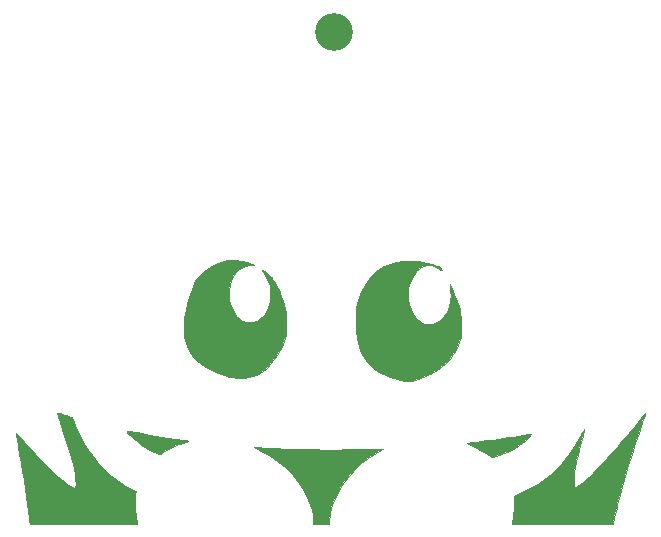
<source format=gbr>
%TF.GenerationSoftware,KiCad,Pcbnew,7.0.10*%
%TF.CreationDate,2024-01-13T02:21:11+01:00*%
%TF.ProjectId,ferris,66657272-6973-42e6-9b69-6361645f7063,rev?*%
%TF.SameCoordinates,Original*%
%TF.FileFunction,Soldermask,Bot*%
%TF.FilePolarity,Negative*%
%FSLAX46Y46*%
G04 Gerber Fmt 4.6, Leading zero omitted, Abs format (unit mm)*
G04 Created by KiCad (PCBNEW 7.0.10) date 2024-01-13 02:21:11*
%MOMM*%
%LPD*%
G01*
G04 APERTURE LIST*
%ADD10C,0.010000*%
%ADD11C,3.200000*%
G04 APERTURE END LIST*
%TO.C,Ref\u002A\u002A*%
D10*
X115891413Y-62823782D02*
X115860083Y-62934307D01*
X115807331Y-63103893D01*
X115736700Y-63321454D01*
X115651732Y-63575900D01*
X115555969Y-63856145D01*
X115356424Y-64440181D01*
X115050444Y-65360315D01*
X114753158Y-66283614D01*
X114468676Y-67196581D01*
X114201106Y-68085718D01*
X113954558Y-68937527D01*
X113733141Y-69738509D01*
X113540963Y-70475167D01*
X113517389Y-70569611D01*
X113459209Y-70808056D01*
X113398281Y-71063948D01*
X113337843Y-71323039D01*
X113281134Y-71571080D01*
X113231390Y-71793823D01*
X113191851Y-71977019D01*
X113165753Y-72106421D01*
X113156334Y-72167781D01*
X113135349Y-72169944D01*
X113037281Y-72172890D01*
X112864160Y-72175691D01*
X112621611Y-72178319D01*
X112315257Y-72180745D01*
X111950723Y-72182940D01*
X111533632Y-72184876D01*
X111069607Y-72186525D01*
X110564272Y-72187856D01*
X110023252Y-72188843D01*
X109452169Y-72189456D01*
X108856648Y-72189667D01*
X108203336Y-72189634D01*
X107580262Y-72189469D01*
X107032551Y-72189084D01*
X106555389Y-72188391D01*
X106143962Y-72187300D01*
X105793457Y-72185723D01*
X105499059Y-72183571D01*
X105255955Y-72180756D01*
X105059331Y-72177188D01*
X104904372Y-72172780D01*
X104786266Y-72167442D01*
X104700199Y-72161087D01*
X104641355Y-72153624D01*
X104604923Y-72144966D01*
X104586087Y-72135024D01*
X104580034Y-72123710D01*
X104581951Y-72110933D01*
X104619238Y-71986090D01*
X104669501Y-71777418D01*
X104705975Y-71554899D01*
X104730699Y-71300876D01*
X104745708Y-70997690D01*
X104753040Y-70627683D01*
X104761409Y-69806533D01*
X105279543Y-69582320D01*
X105975397Y-69250808D01*
X106777725Y-68784953D01*
X107528690Y-68252483D01*
X108226606Y-67655009D01*
X108869783Y-66994140D01*
X109456533Y-66271486D01*
X109985169Y-65488658D01*
X110454002Y-64647266D01*
X110479447Y-64596987D01*
X110571250Y-64419585D01*
X110647652Y-64278061D01*
X110701294Y-64185763D01*
X110724818Y-64156039D01*
X110725524Y-64158255D01*
X110716834Y-64214716D01*
X110689010Y-64334083D01*
X110645914Y-64500647D01*
X110591410Y-64698697D01*
X110450788Y-65210187D01*
X110301235Y-65790027D01*
X110170661Y-66337550D01*
X110059767Y-66847932D01*
X109969254Y-67316344D01*
X109899821Y-67737960D01*
X109852169Y-68107955D01*
X109826999Y-68421500D01*
X109825010Y-68673771D01*
X109846903Y-68859940D01*
X109893378Y-68975181D01*
X109965137Y-69014667D01*
X109992510Y-69012520D01*
X110131787Y-68962864D01*
X110318064Y-68850101D01*
X110548018Y-68677706D01*
X110818326Y-68449152D01*
X111125667Y-68167914D01*
X111466716Y-67837466D01*
X111838153Y-67461283D01*
X112236653Y-67042838D01*
X112658893Y-66585607D01*
X113101553Y-66093063D01*
X113561307Y-65568681D01*
X114034835Y-65015935D01*
X114518813Y-64438299D01*
X115009918Y-63839248D01*
X115504828Y-63222256D01*
X115565228Y-63146860D01*
X115692993Y-62992606D01*
X115797439Y-62873714D01*
X115869088Y-62800733D01*
X115898459Y-62784210D01*
X115891413Y-62823782D01*
G36*
X115891413Y-62823782D02*
G01*
X115860083Y-62934307D01*
X115807331Y-63103893D01*
X115736700Y-63321454D01*
X115651732Y-63575900D01*
X115555969Y-63856145D01*
X115356424Y-64440181D01*
X115050444Y-65360315D01*
X114753158Y-66283614D01*
X114468676Y-67196581D01*
X114201106Y-68085718D01*
X113954558Y-68937527D01*
X113733141Y-69738509D01*
X113540963Y-70475167D01*
X113517389Y-70569611D01*
X113459209Y-70808056D01*
X113398281Y-71063948D01*
X113337843Y-71323039D01*
X113281134Y-71571080D01*
X113231390Y-71793823D01*
X113191851Y-71977019D01*
X113165753Y-72106421D01*
X113156334Y-72167781D01*
X113135349Y-72169944D01*
X113037281Y-72172890D01*
X112864160Y-72175691D01*
X112621611Y-72178319D01*
X112315257Y-72180745D01*
X111950723Y-72182940D01*
X111533632Y-72184876D01*
X111069607Y-72186525D01*
X110564272Y-72187856D01*
X110023252Y-72188843D01*
X109452169Y-72189456D01*
X108856648Y-72189667D01*
X108203336Y-72189634D01*
X107580262Y-72189469D01*
X107032551Y-72189084D01*
X106555389Y-72188391D01*
X106143962Y-72187300D01*
X105793457Y-72185723D01*
X105499059Y-72183571D01*
X105255955Y-72180756D01*
X105059331Y-72177188D01*
X104904372Y-72172780D01*
X104786266Y-72167442D01*
X104700199Y-72161087D01*
X104641355Y-72153624D01*
X104604923Y-72144966D01*
X104586087Y-72135024D01*
X104580034Y-72123710D01*
X104581951Y-72110933D01*
X104619238Y-71986090D01*
X104669501Y-71777418D01*
X104705975Y-71554899D01*
X104730699Y-71300876D01*
X104745708Y-70997690D01*
X104753040Y-70627683D01*
X104761409Y-69806533D01*
X105279543Y-69582320D01*
X105975397Y-69250808D01*
X106777725Y-68784953D01*
X107528690Y-68252483D01*
X108226606Y-67655009D01*
X108869783Y-66994140D01*
X109456533Y-66271486D01*
X109985169Y-65488658D01*
X110454002Y-64647266D01*
X110479447Y-64596987D01*
X110571250Y-64419585D01*
X110647652Y-64278061D01*
X110701294Y-64185763D01*
X110724818Y-64156039D01*
X110725524Y-64158255D01*
X110716834Y-64214716D01*
X110689010Y-64334083D01*
X110645914Y-64500647D01*
X110591410Y-64698697D01*
X110450788Y-65210187D01*
X110301235Y-65790027D01*
X110170661Y-66337550D01*
X110059767Y-66847932D01*
X109969254Y-67316344D01*
X109899821Y-67737960D01*
X109852169Y-68107955D01*
X109826999Y-68421500D01*
X109825010Y-68673771D01*
X109846903Y-68859940D01*
X109893378Y-68975181D01*
X109965137Y-69014667D01*
X109992510Y-69012520D01*
X110131787Y-68962864D01*
X110318064Y-68850101D01*
X110548018Y-68677706D01*
X110818326Y-68449152D01*
X111125667Y-68167914D01*
X111466716Y-67837466D01*
X111838153Y-67461283D01*
X112236653Y-67042838D01*
X112658893Y-66585607D01*
X113101553Y-66093063D01*
X113561307Y-65568681D01*
X114034835Y-65015935D01*
X114518813Y-64438299D01*
X115009918Y-63839248D01*
X115504828Y-63222256D01*
X115565228Y-63146860D01*
X115692993Y-62992606D01*
X115797439Y-62873714D01*
X115869088Y-62800733D01*
X115898459Y-62784210D01*
X115891413Y-62823782D01*
G37*
X83226667Y-65691117D02*
X83309954Y-65695251D01*
X83555805Y-65707786D01*
X83844528Y-65722850D01*
X84146767Y-65738903D01*
X84433167Y-65754405D01*
X84664770Y-65766757D01*
X85452272Y-65803653D01*
X86245860Y-65832621D01*
X87058588Y-65853894D01*
X87903512Y-65867702D01*
X88793685Y-65874279D01*
X89742163Y-65873854D01*
X90762000Y-65866660D01*
X90864776Y-65865624D01*
X91332988Y-65860434D01*
X91776763Y-65854769D01*
X92188574Y-65848771D01*
X92560892Y-65842582D01*
X92886188Y-65836344D01*
X93156933Y-65830200D01*
X93365600Y-65824290D01*
X93504660Y-65818758D01*
X93566584Y-65813744D01*
X93650237Y-65801228D01*
X93680136Y-65816780D01*
X93639174Y-65861907D01*
X93530556Y-65933330D01*
X93357490Y-66027767D01*
X93093941Y-66169690D01*
X92453716Y-66571861D01*
X91849567Y-67033331D01*
X91288423Y-67546148D01*
X90777216Y-68102363D01*
X90322875Y-68694023D01*
X89932332Y-69313178D01*
X89612517Y-69951876D01*
X89370359Y-70602167D01*
X89307257Y-70822165D01*
X89228045Y-71148372D01*
X89165976Y-71466413D01*
X89125483Y-71752675D01*
X89111000Y-71983545D01*
X89111000Y-72189667D01*
X87798667Y-72189667D01*
X87798667Y-72004712D01*
X87787884Y-71792865D01*
X87734353Y-71431589D01*
X87640323Y-71029936D01*
X87510671Y-70605185D01*
X87350272Y-70174614D01*
X87164002Y-69755500D01*
X86896450Y-69252632D01*
X86458593Y-68583412D01*
X85948668Y-67957579D01*
X85367536Y-67375970D01*
X84716057Y-66839421D01*
X83995092Y-66348771D01*
X83205500Y-65904855D01*
X82739834Y-65667239D01*
X83226667Y-65691117D01*
G36*
X83226667Y-65691117D02*
G01*
X83309954Y-65695251D01*
X83555805Y-65707786D01*
X83844528Y-65722850D01*
X84146767Y-65738903D01*
X84433167Y-65754405D01*
X84664770Y-65766757D01*
X85452272Y-65803653D01*
X86245860Y-65832621D01*
X87058588Y-65853894D01*
X87903512Y-65867702D01*
X88793685Y-65874279D01*
X89742163Y-65873854D01*
X90762000Y-65866660D01*
X90864776Y-65865624D01*
X91332988Y-65860434D01*
X91776763Y-65854769D01*
X92188574Y-65848771D01*
X92560892Y-65842582D01*
X92886188Y-65836344D01*
X93156933Y-65830200D01*
X93365600Y-65824290D01*
X93504660Y-65818758D01*
X93566584Y-65813744D01*
X93650237Y-65801228D01*
X93680136Y-65816780D01*
X93639174Y-65861907D01*
X93530556Y-65933330D01*
X93357490Y-66027767D01*
X93093941Y-66169690D01*
X92453716Y-66571861D01*
X91849567Y-67033331D01*
X91288423Y-67546148D01*
X90777216Y-68102363D01*
X90322875Y-68694023D01*
X89932332Y-69313178D01*
X89612517Y-69951876D01*
X89370359Y-70602167D01*
X89307257Y-70822165D01*
X89228045Y-71148372D01*
X89165976Y-71466413D01*
X89125483Y-71752675D01*
X89111000Y-71983545D01*
X89111000Y-72189667D01*
X87798667Y-72189667D01*
X87798667Y-72004712D01*
X87787884Y-71792865D01*
X87734353Y-71431589D01*
X87640323Y-71029936D01*
X87510671Y-70605185D01*
X87350272Y-70174614D01*
X87164002Y-69755500D01*
X86896450Y-69252632D01*
X86458593Y-68583412D01*
X85948668Y-67957579D01*
X85367536Y-67375970D01*
X84716057Y-66839421D01*
X83995092Y-66348771D01*
X83205500Y-65904855D01*
X82739834Y-65667239D01*
X83226667Y-65691117D01*
G37*
X66171291Y-62785623D02*
X66299954Y-62820192D01*
X66468004Y-62868751D01*
X66658409Y-62926042D01*
X66854137Y-62986811D01*
X67038157Y-63045802D01*
X67193436Y-63097760D01*
X67302944Y-63137428D01*
X67349647Y-63159552D01*
X67361157Y-63180154D01*
X67399719Y-63268625D01*
X67454541Y-63406651D01*
X67517771Y-63574834D01*
X67626102Y-63852049D01*
X67859160Y-64371571D01*
X68135235Y-64911361D01*
X68441537Y-65448320D01*
X68765277Y-65959347D01*
X69093667Y-66421343D01*
X69098961Y-66428304D01*
X69550957Y-66973192D01*
X70061241Y-67501948D01*
X70614156Y-68001343D01*
X71194046Y-68458151D01*
X71785253Y-68859142D01*
X72372120Y-69191089D01*
X72734838Y-69374500D01*
X72709804Y-69586167D01*
X72658581Y-70225276D01*
X72664887Y-70895643D01*
X72738707Y-71523994D01*
X72880395Y-72115584D01*
X72880548Y-72116097D01*
X72880568Y-72127733D01*
X72870417Y-72138076D01*
X72845439Y-72147203D01*
X72800978Y-72155188D01*
X72732378Y-72162108D01*
X72634983Y-72168039D01*
X72504137Y-72173057D01*
X72335183Y-72177236D01*
X72123467Y-72180654D01*
X71864332Y-72183386D01*
X71553122Y-72185507D01*
X71185181Y-72187094D01*
X70755854Y-72188222D01*
X70260483Y-72188968D01*
X69694414Y-72189407D01*
X69052991Y-72189614D01*
X68331556Y-72189667D01*
X63760073Y-72189667D01*
X63732984Y-71903917D01*
X63706714Y-71642128D01*
X63645607Y-71102876D01*
X63569643Y-70500269D01*
X63480754Y-69846887D01*
X63380871Y-69155313D01*
X63271927Y-68438126D01*
X63155853Y-67707908D01*
X63034581Y-66977238D01*
X62910041Y-66258699D01*
X62784167Y-65564871D01*
X62658889Y-64908334D01*
X62638699Y-64801192D01*
X62612654Y-64644718D01*
X62598561Y-64532962D01*
X62599112Y-64485000D01*
X62611877Y-64488913D01*
X62670628Y-64538902D01*
X62764012Y-64633305D01*
X62878872Y-64759224D01*
X62922248Y-64808338D01*
X63433011Y-65379368D01*
X63929567Y-65921308D01*
X64408649Y-66431110D01*
X64866989Y-66905724D01*
X65301320Y-67342099D01*
X65708373Y-67737186D01*
X66084882Y-68087934D01*
X66427577Y-68391295D01*
X66733193Y-68644217D01*
X66998460Y-68843651D01*
X67220111Y-68986548D01*
X67394878Y-69069856D01*
X67519495Y-69090527D01*
X67571599Y-69073879D01*
X67631180Y-69003320D01*
X67662373Y-68872636D01*
X67666448Y-68674861D01*
X67644670Y-68403032D01*
X67587626Y-67995526D01*
X67487590Y-67470484D01*
X67350070Y-66875546D01*
X67175807Y-66213516D01*
X66965545Y-65487199D01*
X66720026Y-64699400D01*
X66439992Y-63852924D01*
X66344173Y-63568900D01*
X66258765Y-63312242D01*
X66187209Y-63093578D01*
X66132912Y-62923430D01*
X66099279Y-62812320D01*
X66089716Y-62770772D01*
X66099047Y-62770297D01*
X66171291Y-62785623D01*
G36*
X66171291Y-62785623D02*
G01*
X66299954Y-62820192D01*
X66468004Y-62868751D01*
X66658409Y-62926042D01*
X66854137Y-62986811D01*
X67038157Y-63045802D01*
X67193436Y-63097760D01*
X67302944Y-63137428D01*
X67349647Y-63159552D01*
X67361157Y-63180154D01*
X67399719Y-63268625D01*
X67454541Y-63406651D01*
X67517771Y-63574834D01*
X67626102Y-63852049D01*
X67859160Y-64371571D01*
X68135235Y-64911361D01*
X68441537Y-65448320D01*
X68765277Y-65959347D01*
X69093667Y-66421343D01*
X69098961Y-66428304D01*
X69550957Y-66973192D01*
X70061241Y-67501948D01*
X70614156Y-68001343D01*
X71194046Y-68458151D01*
X71785253Y-68859142D01*
X72372120Y-69191089D01*
X72734838Y-69374500D01*
X72709804Y-69586167D01*
X72658581Y-70225276D01*
X72664887Y-70895643D01*
X72738707Y-71523994D01*
X72880395Y-72115584D01*
X72880548Y-72116097D01*
X72880568Y-72127733D01*
X72870417Y-72138076D01*
X72845439Y-72147203D01*
X72800978Y-72155188D01*
X72732378Y-72162108D01*
X72634983Y-72168039D01*
X72504137Y-72173057D01*
X72335183Y-72177236D01*
X72123467Y-72180654D01*
X71864332Y-72183386D01*
X71553122Y-72185507D01*
X71185181Y-72187094D01*
X70755854Y-72188222D01*
X70260483Y-72188968D01*
X69694414Y-72189407D01*
X69052991Y-72189614D01*
X68331556Y-72189667D01*
X63760073Y-72189667D01*
X63732984Y-71903917D01*
X63706714Y-71642128D01*
X63645607Y-71102876D01*
X63569643Y-70500269D01*
X63480754Y-69846887D01*
X63380871Y-69155313D01*
X63271927Y-68438126D01*
X63155853Y-67707908D01*
X63034581Y-66977238D01*
X62910041Y-66258699D01*
X62784167Y-65564871D01*
X62658889Y-64908334D01*
X62638699Y-64801192D01*
X62612654Y-64644718D01*
X62598561Y-64532962D01*
X62599112Y-64485000D01*
X62611877Y-64488913D01*
X62670628Y-64538902D01*
X62764012Y-64633305D01*
X62878872Y-64759224D01*
X62922248Y-64808338D01*
X63433011Y-65379368D01*
X63929567Y-65921308D01*
X64408649Y-66431110D01*
X64866989Y-66905724D01*
X65301320Y-67342099D01*
X65708373Y-67737186D01*
X66084882Y-68087934D01*
X66427577Y-68391295D01*
X66733193Y-68644217D01*
X66998460Y-68843651D01*
X67220111Y-68986548D01*
X67394878Y-69069856D01*
X67519495Y-69090527D01*
X67571599Y-69073879D01*
X67631180Y-69003320D01*
X67662373Y-68872636D01*
X67666448Y-68674861D01*
X67644670Y-68403032D01*
X67587626Y-67995526D01*
X67487590Y-67470484D01*
X67350070Y-66875546D01*
X67175807Y-66213516D01*
X66965545Y-65487199D01*
X66720026Y-64699400D01*
X66439992Y-63852924D01*
X66344173Y-63568900D01*
X66258765Y-63312242D01*
X66187209Y-63093578D01*
X66132912Y-62923430D01*
X66099279Y-62812320D01*
X66089716Y-62770772D01*
X66099047Y-62770297D01*
X66171291Y-62785623D01*
G37*
X106251981Y-64552562D02*
X106252580Y-64553543D01*
X106229063Y-64594671D01*
X106154931Y-64680193D01*
X106041136Y-64798201D01*
X105898630Y-64936784D01*
X105770349Y-65054785D01*
X105210423Y-65499684D01*
X104604240Y-65873911D01*
X103951108Y-66177853D01*
X103250334Y-66411895D01*
X103177722Y-66431796D01*
X103026430Y-66472852D01*
X102917013Y-66501966D01*
X102869334Y-66513823D01*
X102849075Y-66504016D01*
X102772449Y-66453409D01*
X102654124Y-66369276D01*
X102509500Y-66262380D01*
X102477020Y-66238522D01*
X102278077Y-66106223D01*
X102026654Y-65955341D01*
X101744043Y-65797472D01*
X101451535Y-65644211D01*
X101170423Y-65507152D01*
X100922000Y-65397891D01*
X100855188Y-65367776D01*
X100792594Y-65327795D01*
X100795000Y-65306189D01*
X100834681Y-65299891D01*
X100950729Y-65283956D01*
X101129093Y-65260567D01*
X101357648Y-65231291D01*
X101624270Y-65197693D01*
X101916834Y-65161339D01*
X101987145Y-65152649D01*
X102511638Y-65086908D01*
X102976932Y-65026544D01*
X103405261Y-64968390D01*
X103818862Y-64909277D01*
X104239970Y-64846038D01*
X104690820Y-64775506D01*
X105193647Y-64694512D01*
X105414121Y-64659322D01*
X105679050Y-64619035D01*
X105906901Y-64586660D01*
X106086073Y-64563753D01*
X106204966Y-64551868D01*
X106251981Y-64552562D01*
G36*
X106251981Y-64552562D02*
G01*
X106252580Y-64553543D01*
X106229063Y-64594671D01*
X106154931Y-64680193D01*
X106041136Y-64798201D01*
X105898630Y-64936784D01*
X105770349Y-65054785D01*
X105210423Y-65499684D01*
X104604240Y-65873911D01*
X103951108Y-66177853D01*
X103250334Y-66411895D01*
X103177722Y-66431796D01*
X103026430Y-66472852D01*
X102917013Y-66501966D01*
X102869334Y-66513823D01*
X102849075Y-66504016D01*
X102772449Y-66453409D01*
X102654124Y-66369276D01*
X102509500Y-66262380D01*
X102477020Y-66238522D01*
X102278077Y-66106223D01*
X102026654Y-65955341D01*
X101744043Y-65797472D01*
X101451535Y-65644211D01*
X101170423Y-65507152D01*
X100922000Y-65397891D01*
X100855188Y-65367776D01*
X100792594Y-65327795D01*
X100795000Y-65306189D01*
X100834681Y-65299891D01*
X100950729Y-65283956D01*
X101129093Y-65260567D01*
X101357648Y-65231291D01*
X101624270Y-65197693D01*
X101916834Y-65161339D01*
X101987145Y-65152649D01*
X102511638Y-65086908D01*
X102976932Y-65026544D01*
X103405261Y-64968390D01*
X103818862Y-64909277D01*
X104239970Y-64846038D01*
X104690820Y-64775506D01*
X105193647Y-64694512D01*
X105414121Y-64659322D01*
X105679050Y-64619035D01*
X105906901Y-64586660D01*
X106086073Y-64563753D01*
X106204966Y-64551868D01*
X106251981Y-64552562D01*
G37*
X72058427Y-64286900D02*
X72184985Y-64304465D01*
X72366598Y-64333572D01*
X72589631Y-64372042D01*
X72840447Y-64417696D01*
X73316660Y-64505502D01*
X73859668Y-64602426D01*
X74377500Y-64690684D01*
X74897487Y-64774792D01*
X75446957Y-64859266D01*
X76053242Y-64948622D01*
X76055568Y-64948959D01*
X76354188Y-64992936D01*
X76624574Y-65034073D01*
X76855606Y-65070572D01*
X77036164Y-65100635D01*
X77155126Y-65122464D01*
X77201372Y-65134261D01*
X77199253Y-65143627D01*
X77144324Y-65172206D01*
X77039690Y-65205374D01*
X76788545Y-65279060D01*
X76412594Y-65411476D01*
X76028581Y-65568903D01*
X75659323Y-65741168D01*
X75327635Y-65918100D01*
X75056334Y-66089528D01*
X74934847Y-66171285D01*
X74830669Y-66233343D01*
X74771550Y-66258670D01*
X74678300Y-66245968D01*
X74521285Y-66194808D01*
X74321198Y-66111785D01*
X74092746Y-66004195D01*
X73850636Y-65879330D01*
X73609574Y-65744484D01*
X73384268Y-65606952D01*
X73189424Y-65474026D01*
X73024193Y-65347644D01*
X72823300Y-65182152D01*
X72625396Y-65008103D01*
X72439390Y-64834412D01*
X72274188Y-64669993D01*
X72138700Y-64523758D01*
X72041830Y-64404623D01*
X71992488Y-64321501D01*
X71999581Y-64283307D01*
X72000561Y-64283057D01*
X72058427Y-64286900D01*
G36*
X72058427Y-64286900D02*
G01*
X72184985Y-64304465D01*
X72366598Y-64333572D01*
X72589631Y-64372042D01*
X72840447Y-64417696D01*
X73316660Y-64505502D01*
X73859668Y-64602426D01*
X74377500Y-64690684D01*
X74897487Y-64774792D01*
X75446957Y-64859266D01*
X76053242Y-64948622D01*
X76055568Y-64948959D01*
X76354188Y-64992936D01*
X76624574Y-65034073D01*
X76855606Y-65070572D01*
X77036164Y-65100635D01*
X77155126Y-65122464D01*
X77201372Y-65134261D01*
X77199253Y-65143627D01*
X77144324Y-65172206D01*
X77039690Y-65205374D01*
X76788545Y-65279060D01*
X76412594Y-65411476D01*
X76028581Y-65568903D01*
X75659323Y-65741168D01*
X75327635Y-65918100D01*
X75056334Y-66089528D01*
X74934847Y-66171285D01*
X74830669Y-66233343D01*
X74771550Y-66258670D01*
X74678300Y-66245968D01*
X74521285Y-66194808D01*
X74321198Y-66111785D01*
X74092746Y-66004195D01*
X73850636Y-65879330D01*
X73609574Y-65744484D01*
X73384268Y-65606952D01*
X73189424Y-65474026D01*
X73024193Y-65347644D01*
X72823300Y-65182152D01*
X72625396Y-65008103D01*
X72439390Y-64834412D01*
X72274188Y-64669993D01*
X72138700Y-64523758D01*
X72041830Y-64404623D01*
X71992488Y-64321501D01*
X71999581Y-64283307D01*
X72000561Y-64283057D01*
X72058427Y-64286900D01*
G37*
X96687790Y-49943563D02*
X97380070Y-50069844D01*
X98095385Y-50265543D01*
X98216067Y-50304735D01*
X98371936Y-50361522D01*
X98474561Y-50412229D01*
X98542122Y-50466697D01*
X98592801Y-50534766D01*
X98607808Y-50559442D01*
X98658053Y-50649382D01*
X98678334Y-50698597D01*
X98678116Y-50699529D01*
X98641976Y-50686522D01*
X98555958Y-50634994D01*
X98437382Y-50555246D01*
X98363642Y-50506116D01*
X98045854Y-50349047D01*
X97724667Y-50274206D01*
X97405941Y-50280164D01*
X97095537Y-50365491D01*
X96799313Y-50528757D01*
X96523131Y-50768533D01*
X96272849Y-51083389D01*
X96192127Y-51209754D01*
X96027459Y-51524773D01*
X95913461Y-51851933D01*
X95843497Y-52213483D01*
X95810929Y-52631667D01*
X95818205Y-53092636D01*
X95887134Y-53571316D01*
X96022148Y-54002259D01*
X96224713Y-54389975D01*
X96496297Y-54738975D01*
X96574871Y-54819614D01*
X96865086Y-55052211D01*
X97170289Y-55203303D01*
X97484325Y-55272896D01*
X97801038Y-55260997D01*
X98114273Y-55167614D01*
X98417874Y-54992753D01*
X98705686Y-54736423D01*
X98834652Y-54586314D01*
X99078056Y-54210834D01*
X99255659Y-53787394D01*
X99365131Y-53322377D01*
X99404143Y-52822167D01*
X99403631Y-52735349D01*
X99394845Y-52510812D01*
X99377489Y-52297842D01*
X99354210Y-52132957D01*
X99331740Y-52002965D01*
X99319728Y-51895091D01*
X99323203Y-51845687D01*
X99346390Y-51867136D01*
X99395631Y-51954108D01*
X99464371Y-52094338D01*
X99546805Y-52274520D01*
X99637132Y-52481348D01*
X99729548Y-52701517D01*
X99818253Y-52921719D01*
X99897443Y-53128649D01*
X99961316Y-53309000D01*
X100084561Y-53696865D01*
X100176615Y-54038008D01*
X100240586Y-54355173D01*
X100280767Y-54674647D01*
X100301450Y-55022716D01*
X100306927Y-55425667D01*
X100306658Y-55516247D01*
X100303181Y-55807818D01*
X100294951Y-56034674D01*
X100280832Y-56212520D01*
X100259688Y-56357061D01*
X100230385Y-56484000D01*
X100228893Y-56489444D01*
X100070916Y-56983528D01*
X99880435Y-57416915D01*
X99645125Y-57810237D01*
X99352660Y-58184126D01*
X98990717Y-58559214D01*
X98724528Y-58796467D01*
X98244388Y-59151810D01*
X97707769Y-59464797D01*
X97107064Y-59739656D01*
X96434667Y-59980617D01*
X96370700Y-60000358D01*
X96181645Y-60047547D01*
X96012869Y-60065108D01*
X95820834Y-60058571D01*
X95538822Y-60031478D01*
X94870374Y-59919211D01*
X94255326Y-59744234D01*
X93695203Y-59507697D01*
X93191532Y-59210749D01*
X92745839Y-58854540D01*
X92359651Y-58440218D01*
X92034493Y-57968933D01*
X91771892Y-57441835D01*
X91573375Y-56860073D01*
X91558395Y-56804521D01*
X91493177Y-56540259D01*
X91444969Y-56292788D01*
X91411568Y-56041859D01*
X91390771Y-55767223D01*
X91380375Y-55448631D01*
X91378177Y-55065834D01*
X91378238Y-55046889D01*
X91385769Y-54603312D01*
X91406707Y-54223455D01*
X91443844Y-53887789D01*
X91499967Y-53576786D01*
X91577867Y-53270918D01*
X91680333Y-52950658D01*
X91848845Y-52515926D01*
X92133299Y-51948186D01*
X92467374Y-51446458D01*
X92849857Y-51012058D01*
X93279541Y-50646304D01*
X93755214Y-50350511D01*
X94275667Y-50125997D01*
X94797994Y-49983017D01*
X95391869Y-49899971D01*
X96023429Y-49886879D01*
X96687790Y-49943563D01*
G36*
X96687790Y-49943563D02*
G01*
X97380070Y-50069844D01*
X98095385Y-50265543D01*
X98216067Y-50304735D01*
X98371936Y-50361522D01*
X98474561Y-50412229D01*
X98542122Y-50466697D01*
X98592801Y-50534766D01*
X98607808Y-50559442D01*
X98658053Y-50649382D01*
X98678334Y-50698597D01*
X98678116Y-50699529D01*
X98641976Y-50686522D01*
X98555958Y-50634994D01*
X98437382Y-50555246D01*
X98363642Y-50506116D01*
X98045854Y-50349047D01*
X97724667Y-50274206D01*
X97405941Y-50280164D01*
X97095537Y-50365491D01*
X96799313Y-50528757D01*
X96523131Y-50768533D01*
X96272849Y-51083389D01*
X96192127Y-51209754D01*
X96027459Y-51524773D01*
X95913461Y-51851933D01*
X95843497Y-52213483D01*
X95810929Y-52631667D01*
X95818205Y-53092636D01*
X95887134Y-53571316D01*
X96022148Y-54002259D01*
X96224713Y-54389975D01*
X96496297Y-54738975D01*
X96574871Y-54819614D01*
X96865086Y-55052211D01*
X97170289Y-55203303D01*
X97484325Y-55272896D01*
X97801038Y-55260997D01*
X98114273Y-55167614D01*
X98417874Y-54992753D01*
X98705686Y-54736423D01*
X98834652Y-54586314D01*
X99078056Y-54210834D01*
X99255659Y-53787394D01*
X99365131Y-53322377D01*
X99404143Y-52822167D01*
X99403631Y-52735349D01*
X99394845Y-52510812D01*
X99377489Y-52297842D01*
X99354210Y-52132957D01*
X99331740Y-52002965D01*
X99319728Y-51895091D01*
X99323203Y-51845687D01*
X99346390Y-51867136D01*
X99395631Y-51954108D01*
X99464371Y-52094338D01*
X99546805Y-52274520D01*
X99637132Y-52481348D01*
X99729548Y-52701517D01*
X99818253Y-52921719D01*
X99897443Y-53128649D01*
X99961316Y-53309000D01*
X100084561Y-53696865D01*
X100176615Y-54038008D01*
X100240586Y-54355173D01*
X100280767Y-54674647D01*
X100301450Y-55022716D01*
X100306927Y-55425667D01*
X100306658Y-55516247D01*
X100303181Y-55807818D01*
X100294951Y-56034674D01*
X100280832Y-56212520D01*
X100259688Y-56357061D01*
X100230385Y-56484000D01*
X100228893Y-56489444D01*
X100070916Y-56983528D01*
X99880435Y-57416915D01*
X99645125Y-57810237D01*
X99352660Y-58184126D01*
X98990717Y-58559214D01*
X98724528Y-58796467D01*
X98244388Y-59151810D01*
X97707769Y-59464797D01*
X97107064Y-59739656D01*
X96434667Y-59980617D01*
X96370700Y-60000358D01*
X96181645Y-60047547D01*
X96012869Y-60065108D01*
X95820834Y-60058571D01*
X95538822Y-60031478D01*
X94870374Y-59919211D01*
X94255326Y-59744234D01*
X93695203Y-59507697D01*
X93191532Y-59210749D01*
X92745839Y-58854540D01*
X92359651Y-58440218D01*
X92034493Y-57968933D01*
X91771892Y-57441835D01*
X91573375Y-56860073D01*
X91558395Y-56804521D01*
X91493177Y-56540259D01*
X91444969Y-56292788D01*
X91411568Y-56041859D01*
X91390771Y-55767223D01*
X91380375Y-55448631D01*
X91378177Y-55065834D01*
X91378238Y-55046889D01*
X91385769Y-54603312D01*
X91406707Y-54223455D01*
X91443844Y-53887789D01*
X91499967Y-53576786D01*
X91577867Y-53270918D01*
X91680333Y-52950658D01*
X91848845Y-52515926D01*
X92133299Y-51948186D01*
X92467374Y-51446458D01*
X92849857Y-51012058D01*
X93279541Y-50646304D01*
X93755214Y-50350511D01*
X94275667Y-50125997D01*
X94797994Y-49983017D01*
X95391869Y-49899971D01*
X96023429Y-49886879D01*
X96687790Y-49943563D01*
G37*
X81131167Y-49849270D02*
X81335950Y-49860251D01*
X81573760Y-49881160D01*
X81778035Y-49907793D01*
X81923208Y-49937308D01*
X81975058Y-49952353D01*
X82138546Y-50004567D01*
X82313567Y-50065812D01*
X82481721Y-50129010D01*
X82624611Y-50187084D01*
X82723837Y-50232958D01*
X82761000Y-50259555D01*
X82756306Y-50263250D01*
X82693149Y-50272908D01*
X82571721Y-50279639D01*
X82411750Y-50282167D01*
X82244185Y-50285378D01*
X82093345Y-50301480D01*
X81964232Y-50337384D01*
X81822739Y-50399909D01*
X81819591Y-50401459D01*
X81515385Y-50597618D01*
X81249652Y-50861663D01*
X81026938Y-51183980D01*
X80851791Y-51554959D01*
X80728757Y-51964985D01*
X80662385Y-52404446D01*
X80657222Y-52863731D01*
X80680999Y-53115490D01*
X80764332Y-53534061D01*
X80895548Y-53914581D01*
X81068931Y-54251881D01*
X81278766Y-54540788D01*
X81519337Y-54776130D01*
X81784930Y-54952738D01*
X82069830Y-55065438D01*
X82368320Y-55109061D01*
X82674687Y-55078434D01*
X82983214Y-54968387D01*
X83125761Y-54888963D01*
X83413443Y-54662880D01*
X83656380Y-54378449D01*
X83853070Y-54045928D01*
X84002011Y-53675575D01*
X84101699Y-53277647D01*
X84150632Y-52862401D01*
X84147307Y-52440095D01*
X84090221Y-52020986D01*
X83977873Y-51615332D01*
X83808758Y-51233389D01*
X83581374Y-50885417D01*
X83565101Y-50864507D01*
X83482391Y-50751625D01*
X83432795Y-50672090D01*
X83426551Y-50642000D01*
X83439683Y-50646520D01*
X83509958Y-50691317D01*
X83621733Y-50773772D01*
X83759173Y-50881128D01*
X83906444Y-51000631D01*
X84047710Y-51119523D01*
X84167137Y-51225049D01*
X84248890Y-51304454D01*
X84331778Y-51405352D01*
X84476427Y-51624286D01*
X84630977Y-51901971D01*
X84789162Y-52223968D01*
X84944720Y-52575839D01*
X85091386Y-52943144D01*
X85222896Y-53311445D01*
X85332986Y-53666303D01*
X85415392Y-53993280D01*
X85422056Y-54025795D01*
X85457422Y-54269639D01*
X85481438Y-54566543D01*
X85494264Y-54896920D01*
X85496058Y-55241185D01*
X85486980Y-55579751D01*
X85467189Y-55893031D01*
X85436845Y-56161438D01*
X85396106Y-56365386D01*
X85381336Y-56417834D01*
X85207747Y-56939528D01*
X84996019Y-57408393D01*
X84732726Y-57850510D01*
X84404442Y-58291961D01*
X84145796Y-58598777D01*
X83836166Y-58927777D01*
X83540068Y-59192611D01*
X83246377Y-59400943D01*
X82943970Y-59560437D01*
X82621722Y-59678757D01*
X82268510Y-59763567D01*
X82006621Y-59796638D01*
X81682912Y-59809426D01*
X81340630Y-59800657D01*
X81011938Y-59771201D01*
X80729000Y-59721928D01*
X80628906Y-59697245D01*
X80194633Y-59568275D01*
X79751478Y-59404535D01*
X79312632Y-59213029D01*
X78891287Y-59000762D01*
X78500634Y-58774738D01*
X78153864Y-58541962D01*
X77864169Y-58309439D01*
X77644738Y-58084174D01*
X77438385Y-57800828D01*
X77193313Y-57357573D01*
X77001873Y-56870357D01*
X76872035Y-56357000D01*
X76855742Y-56247861D01*
X76834734Y-55994901D01*
X76825093Y-55693961D01*
X76826541Y-55368269D01*
X76838800Y-55041057D01*
X76861589Y-54735552D01*
X76894630Y-54474985D01*
X76996171Y-53956741D01*
X77183062Y-53240307D01*
X77421570Y-52517893D01*
X77703512Y-51816395D01*
X77707328Y-51807755D01*
X77798560Y-51609025D01*
X77879127Y-51460357D01*
X77967642Y-51335319D01*
X78082723Y-51207480D01*
X78242984Y-51050407D01*
X78684237Y-50670087D01*
X79178561Y-50335947D01*
X79687753Y-50084906D01*
X80212142Y-49916776D01*
X80337162Y-49888797D01*
X80504279Y-49860353D01*
X80674207Y-49845615D01*
X80874114Y-49842586D01*
X81131167Y-49849270D01*
G36*
X81131167Y-49849270D02*
G01*
X81335950Y-49860251D01*
X81573760Y-49881160D01*
X81778035Y-49907793D01*
X81923208Y-49937308D01*
X81975058Y-49952353D01*
X82138546Y-50004567D01*
X82313567Y-50065812D01*
X82481721Y-50129010D01*
X82624611Y-50187084D01*
X82723837Y-50232958D01*
X82761000Y-50259555D01*
X82756306Y-50263250D01*
X82693149Y-50272908D01*
X82571721Y-50279639D01*
X82411750Y-50282167D01*
X82244185Y-50285378D01*
X82093345Y-50301480D01*
X81964232Y-50337384D01*
X81822739Y-50399909D01*
X81819591Y-50401459D01*
X81515385Y-50597618D01*
X81249652Y-50861663D01*
X81026938Y-51183980D01*
X80851791Y-51554959D01*
X80728757Y-51964985D01*
X80662385Y-52404446D01*
X80657222Y-52863731D01*
X80680999Y-53115490D01*
X80764332Y-53534061D01*
X80895548Y-53914581D01*
X81068931Y-54251881D01*
X81278766Y-54540788D01*
X81519337Y-54776130D01*
X81784930Y-54952738D01*
X82069830Y-55065438D01*
X82368320Y-55109061D01*
X82674687Y-55078434D01*
X82983214Y-54968387D01*
X83125761Y-54888963D01*
X83413443Y-54662880D01*
X83656380Y-54378449D01*
X83853070Y-54045928D01*
X84002011Y-53675575D01*
X84101699Y-53277647D01*
X84150632Y-52862401D01*
X84147307Y-52440095D01*
X84090221Y-52020986D01*
X83977873Y-51615332D01*
X83808758Y-51233389D01*
X83581374Y-50885417D01*
X83565101Y-50864507D01*
X83482391Y-50751625D01*
X83432795Y-50672090D01*
X83426551Y-50642000D01*
X83439683Y-50646520D01*
X83509958Y-50691317D01*
X83621733Y-50773772D01*
X83759173Y-50881128D01*
X83906444Y-51000631D01*
X84047710Y-51119523D01*
X84167137Y-51225049D01*
X84248890Y-51304454D01*
X84331778Y-51405352D01*
X84476427Y-51624286D01*
X84630977Y-51901971D01*
X84789162Y-52223968D01*
X84944720Y-52575839D01*
X85091386Y-52943144D01*
X85222896Y-53311445D01*
X85332986Y-53666303D01*
X85415392Y-53993280D01*
X85422056Y-54025795D01*
X85457422Y-54269639D01*
X85481438Y-54566543D01*
X85494264Y-54896920D01*
X85496058Y-55241185D01*
X85486980Y-55579751D01*
X85467189Y-55893031D01*
X85436845Y-56161438D01*
X85396106Y-56365386D01*
X85381336Y-56417834D01*
X85207747Y-56939528D01*
X84996019Y-57408393D01*
X84732726Y-57850510D01*
X84404442Y-58291961D01*
X84145796Y-58598777D01*
X83836166Y-58927777D01*
X83540068Y-59192611D01*
X83246377Y-59400943D01*
X82943970Y-59560437D01*
X82621722Y-59678757D01*
X82268510Y-59763567D01*
X82006621Y-59796638D01*
X81682912Y-59809426D01*
X81340630Y-59800657D01*
X81011938Y-59771201D01*
X80729000Y-59721928D01*
X80628906Y-59697245D01*
X80194633Y-59568275D01*
X79751478Y-59404535D01*
X79312632Y-59213029D01*
X78891287Y-59000762D01*
X78500634Y-58774738D01*
X78153864Y-58541962D01*
X77864169Y-58309439D01*
X77644738Y-58084174D01*
X77438385Y-57800828D01*
X77193313Y-57357573D01*
X77001873Y-56870357D01*
X76872035Y-56357000D01*
X76855742Y-56247861D01*
X76834734Y-55994901D01*
X76825093Y-55693961D01*
X76826541Y-55368269D01*
X76838800Y-55041057D01*
X76861589Y-54735552D01*
X76894630Y-54474985D01*
X76996171Y-53956741D01*
X77183062Y-53240307D01*
X77421570Y-52517893D01*
X77703512Y-51816395D01*
X77707328Y-51807755D01*
X77798560Y-51609025D01*
X77879127Y-51460357D01*
X77967642Y-51335319D01*
X78082723Y-51207480D01*
X78242984Y-51050407D01*
X78684237Y-50670087D01*
X79178561Y-50335947D01*
X79687753Y-50084906D01*
X80212142Y-49916776D01*
X80337162Y-49888797D01*
X80504279Y-49860353D01*
X80674207Y-49845615D01*
X80874114Y-49842586D01*
X81131167Y-49849270D01*
G37*
%TD*%
D11*
%TO.C,REF\u002A\u002A*%
X89500000Y-30500000D03*
%TD*%
M02*

</source>
